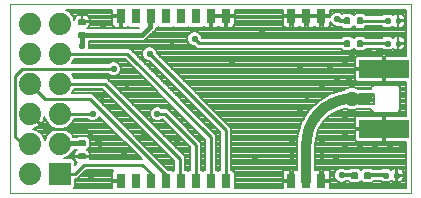
<source format=gtl>
G75*
%MOIN*%
%OFA0B0*%
%FSLAX25Y25*%
%IPPOS*%
%LPD*%
%AMOC8*
5,1,8,0,0,1.08239X$1,22.5*
%
%ADD10C,0.00000*%
%ADD11C,0.00591*%
%ADD12R,0.03150X0.05000*%
%ADD13R,0.07400X0.07400*%
%ADD14C,0.07400*%
%ADD15C,0.00800*%
%ADD16C,0.05000*%
%ADD17R,0.17000X0.06000*%
%ADD18C,0.00984*%
%ADD19C,0.02100*%
%ADD20C,0.01000*%
%ADD21C,0.01200*%
%ADD22C,0.03200*%
%ADD23C,0.01600*%
D10*
X0004900Y0004900D02*
X0004900Y0067900D01*
X0138687Y0067900D01*
X0138687Y0004900D01*
X0004900Y0004900D01*
D11*
X0029786Y0016546D02*
X0029786Y0017924D01*
X0029786Y0016546D02*
X0028014Y0016546D01*
X0028014Y0017924D01*
X0029786Y0017924D01*
X0029786Y0017136D02*
X0028014Y0017136D01*
X0028014Y0017726D02*
X0029786Y0017726D01*
X0029786Y0020876D02*
X0029786Y0022254D01*
X0029786Y0020876D02*
X0028014Y0020876D01*
X0028014Y0022254D01*
X0029786Y0022254D01*
X0029786Y0021466D02*
X0028014Y0021466D01*
X0028014Y0022056D02*
X0029786Y0022056D01*
X0028014Y0057046D02*
X0028014Y0058424D01*
X0029786Y0058424D01*
X0029786Y0057046D01*
X0028014Y0057046D01*
X0028014Y0057636D02*
X0029786Y0057636D01*
X0029786Y0058226D02*
X0028014Y0058226D01*
X0028014Y0061376D02*
X0028014Y0062754D01*
X0029786Y0062754D01*
X0029786Y0061376D01*
X0028014Y0061376D01*
X0028014Y0061966D02*
X0029786Y0061966D01*
X0029786Y0062556D02*
X0028014Y0062556D01*
X0116546Y0063286D02*
X0117924Y0063286D01*
X0117924Y0061514D01*
X0116546Y0061514D01*
X0116546Y0063286D01*
X0116546Y0062104D02*
X0117924Y0062104D01*
X0117924Y0062694D02*
X0116546Y0062694D01*
X0116546Y0063284D02*
X0117924Y0063284D01*
X0120876Y0063286D02*
X0122254Y0063286D01*
X0122254Y0061514D01*
X0120876Y0061514D01*
X0120876Y0063286D01*
X0120876Y0062104D02*
X0122254Y0062104D01*
X0122254Y0062694D02*
X0120876Y0062694D01*
X0120876Y0063284D02*
X0122254Y0063284D01*
X0122254Y0055786D02*
X0120876Y0055786D01*
X0122254Y0055786D02*
X0122254Y0054014D01*
X0120876Y0054014D01*
X0120876Y0055786D01*
X0120876Y0054604D02*
X0122254Y0054604D01*
X0122254Y0055194D02*
X0120876Y0055194D01*
X0120876Y0055784D02*
X0122254Y0055784D01*
X0117924Y0055786D02*
X0116546Y0055786D01*
X0117924Y0055786D02*
X0117924Y0054014D01*
X0116546Y0054014D01*
X0116546Y0055786D01*
X0116546Y0054604D02*
X0117924Y0054604D01*
X0117924Y0055194D02*
X0116546Y0055194D01*
X0116546Y0055784D02*
X0117924Y0055784D01*
X0119046Y0011786D02*
X0120424Y0011786D01*
X0120424Y0010014D01*
X0119046Y0010014D01*
X0119046Y0011786D01*
X0119046Y0010604D02*
X0120424Y0010604D01*
X0120424Y0011194D02*
X0119046Y0011194D01*
X0119046Y0011784D02*
X0120424Y0011784D01*
X0123376Y0011786D02*
X0124754Y0011786D01*
X0124754Y0010014D01*
X0123376Y0010014D01*
X0123376Y0011786D01*
X0123376Y0010604D02*
X0124754Y0010604D01*
X0124754Y0011194D02*
X0123376Y0011194D01*
X0123376Y0011784D02*
X0124754Y0011784D01*
D12*
X0108703Y0008900D03*
X0103703Y0008900D03*
X0098703Y0008900D03*
X0076774Y0008900D03*
X0071774Y0008900D03*
X0066774Y0008900D03*
X0061774Y0008900D03*
X0056774Y0008900D03*
X0051774Y0008900D03*
X0046774Y0008900D03*
X0041774Y0008900D03*
X0041774Y0064018D03*
X0046774Y0064018D03*
X0051774Y0064018D03*
X0056774Y0064018D03*
X0061774Y0064018D03*
X0066774Y0064018D03*
X0071774Y0064018D03*
X0076774Y0064018D03*
X0098703Y0064018D03*
X0103703Y0064018D03*
X0108703Y0064018D03*
D13*
X0021400Y0011400D03*
D14*
X0011400Y0011400D03*
X0011400Y0021400D03*
X0021400Y0021400D03*
X0021400Y0031400D03*
X0011400Y0031400D03*
X0011400Y0041400D03*
X0021400Y0041400D03*
X0021400Y0051400D03*
X0011400Y0051400D03*
X0011400Y0061400D03*
X0021400Y0061400D03*
D15*
X0026319Y0062765D02*
X0026126Y0063358D01*
X0025762Y0064073D01*
X0025290Y0064722D01*
X0024722Y0065290D01*
X0024073Y0065762D01*
X0023606Y0066000D01*
X0038799Y0066000D01*
X0038799Y0064406D01*
X0041387Y0064406D01*
X0041387Y0063631D01*
X0042161Y0063631D01*
X0042161Y0060118D01*
X0043533Y0060118D01*
X0043889Y0060214D01*
X0044208Y0060398D01*
X0044274Y0060463D01*
X0044619Y0060118D01*
X0048007Y0060118D01*
X0047823Y0059935D01*
X0030679Y0059935D01*
X0030827Y0060020D01*
X0031142Y0060335D01*
X0031366Y0060722D01*
X0031481Y0061153D01*
X0031481Y0061973D01*
X0028992Y0061973D01*
X0028992Y0062157D01*
X0031481Y0062157D01*
X0031481Y0062978D01*
X0031366Y0063409D01*
X0031142Y0063795D01*
X0030827Y0064111D01*
X0030440Y0064334D01*
X0030009Y0064450D01*
X0028992Y0064450D01*
X0028992Y0062158D01*
X0028808Y0062158D01*
X0028808Y0064450D01*
X0027791Y0064450D01*
X0027360Y0064334D01*
X0026973Y0064111D01*
X0026658Y0063795D01*
X0026434Y0063409D01*
X0026319Y0062978D01*
X0026319Y0062765D01*
X0026386Y0063229D02*
X0026168Y0063229D01*
X0025785Y0064027D02*
X0026890Y0064027D01*
X0028808Y0064027D02*
X0028992Y0064027D01*
X0028992Y0063229D02*
X0028808Y0063229D01*
X0028808Y0062430D02*
X0028992Y0062430D01*
X0031481Y0062430D02*
X0038799Y0062430D01*
X0038799Y0061632D02*
X0031481Y0061632D01*
X0031395Y0060833D02*
X0038978Y0060833D01*
X0038895Y0060978D02*
X0039079Y0060658D01*
X0039340Y0060398D01*
X0039659Y0060214D01*
X0040015Y0060118D01*
X0041387Y0060118D01*
X0041387Y0063631D01*
X0038799Y0063631D01*
X0038799Y0061334D01*
X0038895Y0060978D01*
X0041387Y0060833D02*
X0042161Y0060833D01*
X0042161Y0061632D02*
X0041387Y0061632D01*
X0041387Y0062430D02*
X0042161Y0062430D01*
X0042161Y0063229D02*
X0041387Y0063229D01*
X0041387Y0064027D02*
X0030910Y0064027D01*
X0031414Y0063229D02*
X0038799Y0063229D01*
X0038799Y0064826D02*
X0025187Y0064826D01*
X0024262Y0065624D02*
X0038799Y0065624D01*
X0030842Y0060035D02*
X0047923Y0060035D01*
X0051750Y0057639D02*
X0064261Y0057639D01*
X0064323Y0057788D02*
X0063950Y0056887D01*
X0063950Y0055913D01*
X0064323Y0055012D01*
X0065012Y0054323D01*
X0065913Y0053950D01*
X0066163Y0053950D01*
X0067113Y0053000D01*
X0115162Y0053000D01*
X0115843Y0052319D01*
X0118626Y0052319D01*
X0119400Y0053093D01*
X0120174Y0052319D01*
X0122957Y0052319D01*
X0123638Y0053000D01*
X0128819Y0053000D01*
X0129303Y0052516D01*
X0131855Y0052516D01*
X0132400Y0053061D01*
X0132567Y0052894D01*
X0132998Y0052645D01*
X0133480Y0052516D01*
X0134129Y0052516D01*
X0134129Y0054808D01*
X0134313Y0054808D01*
X0134313Y0054992D01*
X0136605Y0054992D01*
X0136605Y0055641D01*
X0136476Y0056122D01*
X0136227Y0056554D01*
X0135875Y0056906D01*
X0135443Y0057155D01*
X0134962Y0057284D01*
X0134313Y0057284D01*
X0134313Y0054992D01*
X0134129Y0054992D01*
X0134129Y0057284D01*
X0133480Y0057284D01*
X0132998Y0057155D01*
X0132567Y0056906D01*
X0132400Y0056739D01*
X0131855Y0057284D01*
X0129303Y0057284D01*
X0128819Y0056800D01*
X0123638Y0056800D01*
X0122957Y0057481D01*
X0120174Y0057481D01*
X0119400Y0056707D01*
X0118626Y0057481D01*
X0115843Y0057481D01*
X0115162Y0056800D01*
X0068850Y0056800D01*
X0068850Y0056887D01*
X0068477Y0057788D01*
X0067788Y0058477D01*
X0066887Y0058850D01*
X0065913Y0058850D01*
X0065012Y0058477D01*
X0064323Y0057788D01*
X0064973Y0058438D02*
X0052549Y0058438D01*
X0052311Y0058200D02*
X0053600Y0059489D01*
X0053600Y0060118D01*
X0053929Y0060118D01*
X0054274Y0060463D01*
X0054619Y0060118D01*
X0058929Y0060118D01*
X0059274Y0060463D01*
X0059619Y0060118D01*
X0063929Y0060118D01*
X0064274Y0060463D01*
X0064619Y0060118D01*
X0068929Y0060118D01*
X0069274Y0060463D01*
X0069340Y0060398D01*
X0069659Y0060214D01*
X0070015Y0060118D01*
X0071387Y0060118D01*
X0071387Y0063631D01*
X0072161Y0063631D01*
X0072161Y0060118D01*
X0073533Y0060118D01*
X0073889Y0060214D01*
X0074208Y0060398D01*
X0074274Y0060463D01*
X0074340Y0060398D01*
X0074659Y0060214D01*
X0075015Y0060118D01*
X0076387Y0060118D01*
X0076387Y0063631D01*
X0077161Y0063631D01*
X0077161Y0060118D01*
X0078533Y0060118D01*
X0078889Y0060214D01*
X0079208Y0060398D01*
X0079469Y0060658D01*
X0079653Y0060978D01*
X0079749Y0061334D01*
X0079749Y0063631D01*
X0077161Y0063631D01*
X0077161Y0064406D01*
X0079749Y0064406D01*
X0079749Y0066000D01*
X0095728Y0066000D01*
X0095728Y0064406D01*
X0098316Y0064406D01*
X0098316Y0063631D01*
X0095728Y0063631D01*
X0095728Y0061334D01*
X0095824Y0060978D01*
X0096008Y0060658D01*
X0096269Y0060398D01*
X0096588Y0060214D01*
X0096944Y0060118D01*
X0098316Y0060118D01*
X0098316Y0063631D01*
X0099091Y0063631D01*
X0099091Y0064406D01*
X0101678Y0064406D01*
X0103316Y0064406D01*
X0103316Y0063631D01*
X0099091Y0063631D01*
X0099091Y0060118D01*
X0100462Y0060118D01*
X0100818Y0060214D01*
X0101138Y0060398D01*
X0101203Y0060463D01*
X0101269Y0060398D01*
X0101588Y0060214D01*
X0101944Y0060118D01*
X0103316Y0060118D01*
X0103316Y0063631D01*
X0104091Y0063631D01*
X0104091Y0064406D01*
X0106678Y0064406D01*
X0108316Y0064406D01*
X0108316Y0063631D01*
X0104091Y0063631D01*
X0104091Y0060118D01*
X0105462Y0060118D01*
X0105818Y0060214D01*
X0106138Y0060398D01*
X0106203Y0060463D01*
X0106269Y0060398D01*
X0106588Y0060214D01*
X0106944Y0060118D01*
X0108316Y0060118D01*
X0108316Y0063631D01*
X0109091Y0063631D01*
X0109091Y0064406D01*
X0111678Y0064406D01*
X0111678Y0066000D01*
X0136787Y0066000D01*
X0136787Y0050800D01*
X0130050Y0050800D01*
X0130050Y0046800D01*
X0129250Y0046800D01*
X0129250Y0050800D01*
X0120966Y0050800D01*
X0120610Y0050705D01*
X0120290Y0050520D01*
X0120030Y0050260D01*
X0119845Y0049940D01*
X0119750Y0049584D01*
X0119750Y0046800D01*
X0129250Y0046800D01*
X0129250Y0046000D01*
X0130050Y0046000D01*
X0130050Y0042000D01*
X0136787Y0042000D01*
X0136787Y0030800D01*
X0130050Y0030800D01*
X0130050Y0026800D01*
X0129250Y0026800D01*
X0129250Y0030800D01*
X0120966Y0030800D01*
X0120610Y0030705D01*
X0120290Y0030520D01*
X0120030Y0030260D01*
X0119845Y0029940D01*
X0119750Y0029584D01*
X0119750Y0026800D01*
X0129250Y0026800D01*
X0129250Y0026000D01*
X0130050Y0026000D01*
X0130050Y0022000D01*
X0136787Y0022000D01*
X0136787Y0006800D01*
X0111678Y0006800D01*
X0111678Y0008513D01*
X0109091Y0008513D01*
X0109091Y0009287D01*
X0111678Y0009287D01*
X0111678Y0011584D01*
X0111583Y0011940D01*
X0111398Y0012260D01*
X0111138Y0012520D01*
X0110818Y0012705D01*
X0110462Y0012800D01*
X0109091Y0012800D01*
X0109091Y0009287D01*
X0108316Y0009287D01*
X0108316Y0012800D01*
X0106944Y0012800D01*
X0106703Y0012735D01*
X0106703Y0021203D01*
X0106807Y0022795D01*
X0107632Y0025871D01*
X0109224Y0028628D01*
X0111475Y0030880D01*
X0114232Y0032472D01*
X0116662Y0033123D01*
X0116691Y0033094D01*
X0118124Y0032500D01*
X0119676Y0032500D01*
X0120883Y0033000D01*
X0125250Y0033000D01*
X0125250Y0032570D01*
X0126070Y0031750D01*
X0134230Y0031750D01*
X0135050Y0032570D01*
X0135050Y0040230D01*
X0134230Y0041050D01*
X0126070Y0041050D01*
X0125250Y0040230D01*
X0125250Y0039800D01*
X0120883Y0039800D01*
X0119676Y0040300D01*
X0118124Y0040300D01*
X0116691Y0039706D01*
X0116341Y0039356D01*
X0111876Y0038160D01*
X0107727Y0035764D01*
X0104339Y0032376D01*
X0101943Y0028227D01*
X0101943Y0028227D01*
X0100703Y0023599D01*
X0100703Y0012735D01*
X0100462Y0012800D01*
X0099091Y0012800D01*
X0099091Y0009287D01*
X0098316Y0009287D01*
X0098316Y0008513D01*
X0095728Y0008513D01*
X0095728Y0006800D01*
X0079749Y0006800D01*
X0079749Y0011980D01*
X0078929Y0012800D01*
X0078674Y0012800D01*
X0078674Y0026813D01*
X0053850Y0051637D01*
X0053850Y0051887D01*
X0053477Y0052788D01*
X0052788Y0053477D01*
X0051887Y0053850D01*
X0050913Y0053850D01*
X0050012Y0053477D01*
X0049323Y0052788D01*
X0048950Y0051887D01*
X0048950Y0050913D01*
X0049323Y0050012D01*
X0050012Y0049323D01*
X0050913Y0048950D01*
X0051163Y0048950D01*
X0074874Y0025239D01*
X0074874Y0012800D01*
X0074619Y0012800D01*
X0074274Y0012455D01*
X0073929Y0012800D01*
X0073674Y0012800D01*
X0073674Y0024313D01*
X0045800Y0052187D01*
X0044687Y0053300D01*
X0031303Y0053300D01*
X0031350Y0053413D01*
X0031350Y0054387D01*
X0031100Y0054991D01*
X0031100Y0055535D01*
X0049646Y0055535D01*
X0050935Y0056823D01*
X0052311Y0058200D01*
X0050952Y0056841D02*
X0063950Y0056841D01*
X0063950Y0056042D02*
X0050153Y0056042D01*
X0050422Y0053647D02*
X0031350Y0053647D01*
X0031326Y0054445D02*
X0064890Y0054445D01*
X0064227Y0055244D02*
X0031100Y0055244D01*
X0026133Y0049500D02*
X0043113Y0049500D01*
X0069874Y0022739D01*
X0069874Y0012800D01*
X0069619Y0012800D01*
X0069274Y0012455D01*
X0068929Y0012800D01*
X0068674Y0012800D01*
X0068674Y0021813D01*
X0058300Y0032187D01*
X0057187Y0033300D01*
X0055465Y0033300D01*
X0055288Y0033477D01*
X0054387Y0033850D01*
X0053413Y0033850D01*
X0052512Y0033477D01*
X0051823Y0032788D01*
X0051450Y0031887D01*
X0051450Y0030913D01*
X0051823Y0030012D01*
X0052512Y0029323D01*
X0053413Y0028950D01*
X0054387Y0028950D01*
X0055288Y0029323D01*
X0055465Y0029500D01*
X0055613Y0029500D01*
X0064874Y0020239D01*
X0064874Y0012800D01*
X0064619Y0012800D01*
X0064274Y0012455D01*
X0063929Y0012800D01*
X0063300Y0012800D01*
X0063300Y0017187D01*
X0062187Y0018300D01*
X0037187Y0043300D01*
X0026133Y0043300D01*
X0025724Y0044289D01*
X0025512Y0044500D01*
X0037835Y0044500D01*
X0038012Y0044323D01*
X0038913Y0043950D01*
X0039887Y0043950D01*
X0040788Y0044323D01*
X0041477Y0045012D01*
X0041850Y0045913D01*
X0041850Y0046887D01*
X0041477Y0047788D01*
X0040788Y0048477D01*
X0039887Y0048850D01*
X0038913Y0048850D01*
X0038012Y0048477D01*
X0037835Y0048300D01*
X0025512Y0048300D01*
X0025724Y0048511D01*
X0026133Y0049500D01*
X0025866Y0048856D02*
X0043757Y0048856D01*
X0044556Y0048057D02*
X0041208Y0048057D01*
X0041696Y0047259D02*
X0045354Y0047259D01*
X0046153Y0046460D02*
X0041850Y0046460D01*
X0041746Y0045662D02*
X0046951Y0045662D01*
X0047750Y0044863D02*
X0041328Y0044863D01*
X0040164Y0044065D02*
X0048548Y0044065D01*
X0049347Y0043266D02*
X0037221Y0043266D01*
X0038019Y0042468D02*
X0050145Y0042468D01*
X0050944Y0041669D02*
X0038818Y0041669D01*
X0039616Y0040870D02*
X0051743Y0040870D01*
X0052541Y0040072D02*
X0040415Y0040072D01*
X0041214Y0039273D02*
X0053340Y0039273D01*
X0054138Y0038475D02*
X0042012Y0038475D01*
X0042811Y0037676D02*
X0054937Y0037676D01*
X0055735Y0036878D02*
X0043609Y0036878D01*
X0044408Y0036079D02*
X0056534Y0036079D01*
X0057332Y0035281D02*
X0045206Y0035281D01*
X0046005Y0034482D02*
X0058131Y0034482D01*
X0058929Y0033684D02*
X0054788Y0033684D01*
X0053012Y0033684D02*
X0046803Y0033684D01*
X0047602Y0032885D02*
X0051921Y0032885D01*
X0051533Y0032087D02*
X0048400Y0032087D01*
X0049199Y0031288D02*
X0051450Y0031288D01*
X0051625Y0030490D02*
X0049997Y0030490D01*
X0050796Y0029691D02*
X0052144Y0029691D01*
X0051594Y0028893D02*
X0056220Y0028893D01*
X0057019Y0028094D02*
X0052393Y0028094D01*
X0053191Y0027296D02*
X0057817Y0027296D01*
X0058616Y0026497D02*
X0053990Y0026497D01*
X0054788Y0025699D02*
X0059414Y0025699D01*
X0060213Y0024900D02*
X0055587Y0024900D01*
X0056385Y0024102D02*
X0061011Y0024102D01*
X0061810Y0023303D02*
X0057184Y0023303D01*
X0057982Y0022505D02*
X0062608Y0022505D01*
X0063407Y0021706D02*
X0058781Y0021706D01*
X0059579Y0020908D02*
X0064205Y0020908D01*
X0064874Y0020109D02*
X0060378Y0020109D01*
X0061176Y0019311D02*
X0064874Y0019311D01*
X0064874Y0018512D02*
X0061975Y0018512D01*
X0062773Y0017714D02*
X0064874Y0017714D01*
X0064874Y0016915D02*
X0063300Y0016915D01*
X0063300Y0016117D02*
X0064874Y0016117D01*
X0064874Y0015318D02*
X0063300Y0015318D01*
X0063300Y0014520D02*
X0064874Y0014520D01*
X0064874Y0013721D02*
X0063300Y0013721D01*
X0063300Y0012923D02*
X0064874Y0012923D01*
X0068674Y0012923D02*
X0069874Y0012923D01*
X0069874Y0013721D02*
X0068674Y0013721D01*
X0068674Y0014520D02*
X0069874Y0014520D01*
X0069874Y0015318D02*
X0068674Y0015318D01*
X0068674Y0016117D02*
X0069874Y0016117D01*
X0069874Y0016915D02*
X0068674Y0016915D01*
X0068674Y0017714D02*
X0069874Y0017714D01*
X0069874Y0018512D02*
X0068674Y0018512D01*
X0068674Y0019311D02*
X0069874Y0019311D01*
X0069874Y0020109D02*
X0068674Y0020109D01*
X0068674Y0020908D02*
X0069874Y0020908D01*
X0069874Y0021706D02*
X0068674Y0021706D01*
X0067982Y0022505D02*
X0069874Y0022505D01*
X0069310Y0023303D02*
X0067184Y0023303D01*
X0066385Y0024102D02*
X0068511Y0024102D01*
X0067713Y0024900D02*
X0065587Y0024900D01*
X0064788Y0025699D02*
X0066914Y0025699D01*
X0066116Y0026497D02*
X0063990Y0026497D01*
X0063191Y0027296D02*
X0065317Y0027296D01*
X0064519Y0028094D02*
X0062393Y0028094D01*
X0061594Y0028893D02*
X0063720Y0028893D01*
X0062922Y0029691D02*
X0060796Y0029691D01*
X0059997Y0030490D02*
X0062123Y0030490D01*
X0061325Y0031288D02*
X0059199Y0031288D01*
X0058400Y0032087D02*
X0060526Y0032087D01*
X0059728Y0032885D02*
X0057602Y0032885D01*
X0061908Y0036079D02*
X0064034Y0036079D01*
X0064832Y0035281D02*
X0062706Y0035281D01*
X0063505Y0034482D02*
X0065631Y0034482D01*
X0066429Y0033684D02*
X0064303Y0033684D01*
X0065102Y0032885D02*
X0067228Y0032885D01*
X0068026Y0032087D02*
X0065900Y0032087D01*
X0066699Y0031288D02*
X0068825Y0031288D01*
X0069623Y0030490D02*
X0067497Y0030490D01*
X0068296Y0029691D02*
X0070422Y0029691D01*
X0071220Y0028893D02*
X0069094Y0028893D01*
X0069893Y0028094D02*
X0072019Y0028094D01*
X0072817Y0027296D02*
X0070691Y0027296D01*
X0071490Y0026497D02*
X0073616Y0026497D01*
X0074414Y0025699D02*
X0072288Y0025699D01*
X0073087Y0024900D02*
X0074874Y0024900D01*
X0074874Y0024102D02*
X0073674Y0024102D01*
X0073674Y0023303D02*
X0074874Y0023303D01*
X0074874Y0022505D02*
X0073674Y0022505D01*
X0073674Y0021706D02*
X0074874Y0021706D01*
X0074874Y0020908D02*
X0073674Y0020908D01*
X0073674Y0020109D02*
X0074874Y0020109D01*
X0074874Y0019311D02*
X0073674Y0019311D01*
X0073674Y0018512D02*
X0074874Y0018512D01*
X0074874Y0017714D02*
X0073674Y0017714D01*
X0073674Y0016915D02*
X0074874Y0016915D01*
X0074874Y0016117D02*
X0073674Y0016117D01*
X0073674Y0015318D02*
X0074874Y0015318D01*
X0074874Y0014520D02*
X0073674Y0014520D01*
X0073674Y0013721D02*
X0074874Y0013721D01*
X0074874Y0012923D02*
X0073674Y0012923D01*
X0078674Y0012923D02*
X0100703Y0012923D01*
X0100703Y0013721D02*
X0078674Y0013721D01*
X0078674Y0014520D02*
X0100703Y0014520D01*
X0100703Y0015318D02*
X0078674Y0015318D01*
X0078674Y0016117D02*
X0100703Y0016117D01*
X0100703Y0016915D02*
X0078674Y0016915D01*
X0078674Y0017714D02*
X0100703Y0017714D01*
X0100703Y0018512D02*
X0078674Y0018512D01*
X0078674Y0019311D02*
X0100703Y0019311D01*
X0100703Y0020109D02*
X0078674Y0020109D01*
X0078674Y0020908D02*
X0100703Y0020908D01*
X0100703Y0021706D02*
X0078674Y0021706D01*
X0078674Y0022505D02*
X0100703Y0022505D01*
X0100703Y0023303D02*
X0078674Y0023303D01*
X0078674Y0024102D02*
X0100838Y0024102D01*
X0101052Y0024900D02*
X0078674Y0024900D01*
X0078674Y0025699D02*
X0101266Y0025699D01*
X0101480Y0026497D02*
X0078674Y0026497D01*
X0078191Y0027296D02*
X0101694Y0027296D01*
X0101908Y0028094D02*
X0077393Y0028094D01*
X0076594Y0028893D02*
X0102328Y0028893D01*
X0102789Y0029691D02*
X0075796Y0029691D01*
X0074997Y0030490D02*
X0103250Y0030490D01*
X0103711Y0031288D02*
X0074199Y0031288D01*
X0073400Y0032087D02*
X0104172Y0032087D01*
X0104339Y0032376D02*
X0104339Y0032376D01*
X0104339Y0032376D01*
X0104848Y0032885D02*
X0072602Y0032885D01*
X0071803Y0033684D02*
X0105647Y0033684D01*
X0106445Y0034482D02*
X0071005Y0034482D01*
X0070206Y0035281D02*
X0107244Y0035281D01*
X0107727Y0035764D02*
X0107727Y0035764D01*
X0108273Y0036079D02*
X0069408Y0036079D01*
X0068609Y0036878D02*
X0109656Y0036878D01*
X0111039Y0037676D02*
X0067811Y0037676D01*
X0067012Y0038475D02*
X0113052Y0038475D01*
X0111876Y0038160D02*
X0111876Y0038160D01*
X0116032Y0039273D02*
X0066214Y0039273D01*
X0065415Y0040072D02*
X0117574Y0040072D01*
X0120226Y0040072D02*
X0125250Y0040072D01*
X0125891Y0040870D02*
X0064616Y0040870D01*
X0063818Y0041669D02*
X0136787Y0041669D01*
X0136787Y0040870D02*
X0134409Y0040870D01*
X0135050Y0040072D02*
X0136787Y0040072D01*
X0136787Y0039273D02*
X0135050Y0039273D01*
X0135050Y0038475D02*
X0136787Y0038475D01*
X0136787Y0037676D02*
X0135050Y0037676D01*
X0135050Y0036878D02*
X0136787Y0036878D01*
X0136787Y0036079D02*
X0135050Y0036079D01*
X0135050Y0035281D02*
X0136787Y0035281D01*
X0136787Y0034482D02*
X0135050Y0034482D01*
X0135050Y0033684D02*
X0136787Y0033684D01*
X0136787Y0032885D02*
X0135050Y0032885D01*
X0134567Y0032087D02*
X0136787Y0032087D01*
X0136787Y0031288D02*
X0112183Y0031288D01*
X0111085Y0030490D02*
X0120260Y0030490D01*
X0119779Y0029691D02*
X0110287Y0029691D01*
X0109488Y0028893D02*
X0119750Y0028893D01*
X0119750Y0028094D02*
X0108915Y0028094D01*
X0108454Y0027296D02*
X0119750Y0027296D01*
X0119750Y0026000D02*
X0119750Y0023216D01*
X0119845Y0022860D01*
X0120030Y0022540D01*
X0120290Y0022280D01*
X0120610Y0022095D01*
X0120966Y0022000D01*
X0129250Y0022000D01*
X0129250Y0026000D01*
X0119750Y0026000D01*
X0119750Y0025699D02*
X0107586Y0025699D01*
X0107372Y0024900D02*
X0119750Y0024900D01*
X0119750Y0024102D02*
X0107158Y0024102D01*
X0106944Y0023303D02*
X0119750Y0023303D01*
X0120065Y0022505D02*
X0106788Y0022505D01*
X0106736Y0021706D02*
X0136787Y0021706D01*
X0136787Y0020908D02*
X0106703Y0020908D01*
X0106703Y0020109D02*
X0136787Y0020109D01*
X0136787Y0019311D02*
X0106703Y0019311D01*
X0106703Y0018512D02*
X0136787Y0018512D01*
X0136787Y0017714D02*
X0106703Y0017714D01*
X0106703Y0016915D02*
X0136787Y0016915D01*
X0136787Y0016117D02*
X0106703Y0016117D01*
X0106703Y0015318D02*
X0136787Y0015318D01*
X0136787Y0014520D02*
X0106703Y0014520D01*
X0106703Y0013721D02*
X0136787Y0013721D01*
X0136787Y0012923D02*
X0135346Y0012923D01*
X0135375Y0012906D02*
X0134943Y0013155D01*
X0134462Y0013284D01*
X0133813Y0013284D01*
X0133813Y0010992D01*
X0136105Y0010992D01*
X0136105Y0011641D01*
X0135976Y0012122D01*
X0135727Y0012554D01*
X0135375Y0012906D01*
X0135975Y0012124D02*
X0136787Y0012124D01*
X0136787Y0011326D02*
X0136105Y0011326D01*
X0136105Y0010808D02*
X0133813Y0010808D01*
X0133813Y0010992D01*
X0133629Y0010992D01*
X0133629Y0013284D01*
X0132980Y0013284D01*
X0132498Y0013155D01*
X0132067Y0012906D01*
X0131900Y0012739D01*
X0131355Y0013284D01*
X0128803Y0013284D01*
X0128419Y0012900D01*
X0126038Y0012900D01*
X0125457Y0013481D01*
X0122674Y0013481D01*
X0121900Y0012707D01*
X0121126Y0013481D01*
X0118343Y0013481D01*
X0117762Y0012900D01*
X0116865Y0012900D01*
X0116788Y0012977D01*
X0115887Y0013350D01*
X0114913Y0013350D01*
X0114012Y0012977D01*
X0113323Y0012288D01*
X0112950Y0011387D01*
X0112950Y0010413D01*
X0113323Y0009512D01*
X0114012Y0008823D01*
X0114913Y0008450D01*
X0115887Y0008450D01*
X0116788Y0008823D01*
X0116865Y0008900D01*
X0117762Y0008900D01*
X0118343Y0008319D01*
X0121126Y0008319D01*
X0121900Y0009093D01*
X0122674Y0008319D01*
X0125457Y0008319D01*
X0126038Y0008900D01*
X0128419Y0008900D01*
X0128803Y0008516D01*
X0131355Y0008516D01*
X0131900Y0009061D01*
X0132067Y0008894D01*
X0132498Y0008645D01*
X0132980Y0008516D01*
X0133629Y0008516D01*
X0133629Y0010808D01*
X0133813Y0010808D01*
X0133813Y0008516D01*
X0134462Y0008516D01*
X0134943Y0008645D01*
X0135375Y0008894D01*
X0135727Y0009246D01*
X0135976Y0009678D01*
X0136105Y0010159D01*
X0136105Y0010808D01*
X0136105Y0010527D02*
X0136787Y0010527D01*
X0136787Y0009729D02*
X0135990Y0009729D01*
X0135411Y0008930D02*
X0136787Y0008930D01*
X0136787Y0008132D02*
X0111678Y0008132D01*
X0111678Y0007333D02*
X0136787Y0007333D01*
X0133813Y0008930D02*
X0133629Y0008930D01*
X0133629Y0009729D02*
X0133813Y0009729D01*
X0133813Y0010527D02*
X0133629Y0010527D01*
X0133629Y0011326D02*
X0133813Y0011326D01*
X0133813Y0012124D02*
X0133629Y0012124D01*
X0133629Y0012923D02*
X0133813Y0012923D01*
X0132095Y0012923D02*
X0131717Y0012923D01*
X0128442Y0012923D02*
X0126015Y0012923D01*
X0122116Y0012923D02*
X0121684Y0012923D01*
X0117785Y0012923D02*
X0116842Y0012923D01*
X0113958Y0012923D02*
X0106703Y0012923D01*
X0108316Y0012124D02*
X0109091Y0012124D01*
X0109091Y0011326D02*
X0108316Y0011326D01*
X0108316Y0010527D02*
X0109091Y0010527D01*
X0109091Y0009729D02*
X0108316Y0009729D01*
X0109091Y0008930D02*
X0113905Y0008930D01*
X0113233Y0009729D02*
X0111678Y0009729D01*
X0111678Y0010527D02*
X0112950Y0010527D01*
X0112950Y0011326D02*
X0111678Y0011326D01*
X0111476Y0012124D02*
X0113255Y0012124D01*
X0121737Y0008930D02*
X0122063Y0008930D01*
X0131769Y0008930D02*
X0132031Y0008930D01*
X0130050Y0022505D02*
X0129250Y0022505D01*
X0129250Y0023303D02*
X0130050Y0023303D01*
X0130050Y0024102D02*
X0129250Y0024102D01*
X0129250Y0024900D02*
X0130050Y0024900D01*
X0130050Y0025699D02*
X0129250Y0025699D01*
X0129250Y0026497D02*
X0107993Y0026497D01*
X0113566Y0032087D02*
X0125733Y0032087D01*
X0125250Y0032885D02*
X0120606Y0032885D01*
X0117194Y0032885D02*
X0115777Y0032885D01*
X0121171Y0038000D02*
X0126371Y0038000D01*
X0126371Y0034800D01*
X0121171Y0034800D01*
X0121171Y0038000D01*
X0121171Y0035599D02*
X0126371Y0035599D01*
X0126371Y0036398D02*
X0121171Y0036398D01*
X0121171Y0037197D02*
X0126371Y0037197D01*
X0126371Y0037996D02*
X0121171Y0037996D01*
X0120966Y0042000D02*
X0129250Y0042000D01*
X0129250Y0046000D01*
X0119750Y0046000D01*
X0119750Y0043216D01*
X0119845Y0042860D01*
X0120030Y0042540D01*
X0120290Y0042280D01*
X0120610Y0042095D01*
X0120966Y0042000D01*
X0120103Y0042468D02*
X0063019Y0042468D01*
X0062221Y0043266D02*
X0119750Y0043266D01*
X0119750Y0044065D02*
X0061422Y0044065D01*
X0060624Y0044863D02*
X0119750Y0044863D01*
X0119750Y0045662D02*
X0059825Y0045662D01*
X0059027Y0046460D02*
X0129250Y0046460D01*
X0129250Y0045662D02*
X0130050Y0045662D01*
X0130050Y0044863D02*
X0129250Y0044863D01*
X0129250Y0044065D02*
X0130050Y0044065D01*
X0130050Y0043266D02*
X0129250Y0043266D01*
X0129250Y0042468D02*
X0130050Y0042468D01*
X0130050Y0047259D02*
X0129250Y0047259D01*
X0129250Y0048057D02*
X0130050Y0048057D01*
X0130050Y0048856D02*
X0129250Y0048856D01*
X0129250Y0049654D02*
X0130050Y0049654D01*
X0130050Y0050453D02*
X0129250Y0050453D01*
X0128971Y0052848D02*
X0123486Y0052848D01*
X0119645Y0052848D02*
X0119155Y0052848D01*
X0120223Y0050453D02*
X0055034Y0050453D01*
X0054236Y0051251D02*
X0136787Y0051251D01*
X0136787Y0052050D02*
X0053783Y0052050D01*
X0053417Y0052848D02*
X0115314Y0052848D01*
X0119769Y0049654D02*
X0055833Y0049654D01*
X0056631Y0048856D02*
X0119750Y0048856D01*
X0119750Y0048057D02*
X0057430Y0048057D01*
X0058228Y0047259D02*
X0119750Y0047259D01*
X0132187Y0052848D02*
X0132646Y0052848D01*
X0134129Y0052848D02*
X0134313Y0052848D01*
X0134313Y0052516D02*
X0134962Y0052516D01*
X0135443Y0052645D01*
X0135875Y0052894D01*
X0136227Y0053246D01*
X0136476Y0053678D01*
X0136605Y0054159D01*
X0136605Y0054808D01*
X0134313Y0054808D01*
X0134313Y0052516D01*
X0134313Y0053647D02*
X0134129Y0053647D01*
X0134129Y0054445D02*
X0134313Y0054445D01*
X0134313Y0055244D02*
X0134129Y0055244D01*
X0134129Y0056042D02*
X0134313Y0056042D01*
X0136498Y0056042D02*
X0136787Y0056042D01*
X0136787Y0055244D02*
X0136605Y0055244D01*
X0136605Y0054445D02*
X0136787Y0054445D01*
X0136787Y0053647D02*
X0136458Y0053647D01*
X0136787Y0052848D02*
X0135796Y0052848D01*
X0135940Y0056841D02*
X0136787Y0056841D01*
X0136787Y0057639D02*
X0068539Y0057639D01*
X0068850Y0056841D02*
X0115203Y0056841D01*
X0119266Y0056841D02*
X0119534Y0056841D01*
X0123597Y0056841D02*
X0128860Y0056841D01*
X0132299Y0056841D02*
X0132501Y0056841D01*
X0134129Y0056841D02*
X0134313Y0056841D01*
X0136787Y0058438D02*
X0067827Y0058438D01*
X0071387Y0060833D02*
X0072161Y0060833D01*
X0072161Y0061632D02*
X0071387Y0061632D01*
X0071387Y0062430D02*
X0072161Y0062430D01*
X0072161Y0063229D02*
X0071387Y0063229D01*
X0072161Y0063631D02*
X0072161Y0064406D01*
X0076387Y0064406D01*
X0076387Y0063631D01*
X0074749Y0063631D01*
X0072161Y0063631D01*
X0072161Y0064027D02*
X0076387Y0064027D01*
X0077161Y0064027D02*
X0098316Y0064027D01*
X0099091Y0064027D02*
X0103316Y0064027D01*
X0104091Y0064027D02*
X0108316Y0064027D01*
X0109091Y0064027D02*
X0111715Y0064027D01*
X0111823Y0064288D02*
X0111551Y0063631D01*
X0109091Y0063631D01*
X0109091Y0060118D01*
X0110462Y0060118D01*
X0110818Y0060214D01*
X0111138Y0060398D01*
X0111398Y0060658D01*
X0111583Y0060978D01*
X0111678Y0061334D01*
X0111678Y0061862D01*
X0111823Y0061512D01*
X0112512Y0060823D01*
X0113413Y0060450D01*
X0114022Y0060450D01*
X0114072Y0060400D01*
X0115262Y0060400D01*
X0115843Y0059819D01*
X0118626Y0059819D01*
X0119400Y0060593D01*
X0120174Y0059819D01*
X0122957Y0059819D01*
X0123638Y0060500D01*
X0128819Y0060500D01*
X0129303Y0060016D01*
X0131855Y0060016D01*
X0132400Y0060561D01*
X0132567Y0060394D01*
X0132998Y0060145D01*
X0133480Y0060016D01*
X0134129Y0060016D01*
X0134129Y0062308D01*
X0134313Y0062308D01*
X0134313Y0062492D01*
X0136605Y0062492D01*
X0136605Y0063141D01*
X0136476Y0063622D01*
X0136227Y0064054D01*
X0135875Y0064406D01*
X0135443Y0064655D01*
X0134962Y0064784D01*
X0134313Y0064784D01*
X0134313Y0062492D01*
X0134129Y0062492D01*
X0134129Y0064784D01*
X0133480Y0064784D01*
X0132998Y0064655D01*
X0132567Y0064406D01*
X0132400Y0064239D01*
X0131855Y0064784D01*
X0129303Y0064784D01*
X0128819Y0064300D01*
X0123638Y0064300D01*
X0122957Y0064981D01*
X0120174Y0064981D01*
X0119400Y0064207D01*
X0118626Y0064981D01*
X0115843Y0064981D01*
X0115564Y0064701D01*
X0115288Y0064977D01*
X0114387Y0065350D01*
X0113413Y0065350D01*
X0112512Y0064977D01*
X0111823Y0064288D01*
X0111678Y0064826D02*
X0112361Y0064826D01*
X0111678Y0065624D02*
X0136787Y0065624D01*
X0136787Y0064826D02*
X0123112Y0064826D01*
X0120019Y0064826D02*
X0118781Y0064826D01*
X0115688Y0064826D02*
X0115439Y0064826D01*
X0109091Y0063229D02*
X0108316Y0063229D01*
X0108316Y0062430D02*
X0109091Y0062430D01*
X0109091Y0061632D02*
X0108316Y0061632D01*
X0108316Y0060833D02*
X0109091Y0060833D01*
X0111499Y0060833D02*
X0112502Y0060833D01*
X0111773Y0061632D02*
X0111678Y0061632D01*
X0115628Y0060035D02*
X0053600Y0060035D01*
X0053348Y0059236D02*
X0136787Y0059236D01*
X0136787Y0060035D02*
X0135033Y0060035D01*
X0134962Y0060016D02*
X0135443Y0060145D01*
X0135875Y0060394D01*
X0136227Y0060746D01*
X0136476Y0061178D01*
X0136605Y0061659D01*
X0136605Y0062308D01*
X0134313Y0062308D01*
X0134313Y0060016D01*
X0134962Y0060016D01*
X0134313Y0060035D02*
X0134129Y0060035D01*
X0133409Y0060035D02*
X0131874Y0060035D01*
X0134129Y0060833D02*
X0134313Y0060833D01*
X0134313Y0061632D02*
X0134129Y0061632D01*
X0134313Y0062430D02*
X0136787Y0062430D01*
X0136787Y0061632D02*
X0136598Y0061632D01*
X0136787Y0060833D02*
X0136277Y0060833D01*
X0136582Y0063229D02*
X0136787Y0063229D01*
X0136787Y0064027D02*
X0136242Y0064027D01*
X0134313Y0064027D02*
X0134129Y0064027D01*
X0134129Y0063229D02*
X0134313Y0063229D01*
X0129284Y0060035D02*
X0123172Y0060035D01*
X0119958Y0060035D02*
X0118842Y0060035D01*
X0104091Y0060833D02*
X0103316Y0060833D01*
X0103316Y0061632D02*
X0104091Y0061632D01*
X0104091Y0062430D02*
X0103316Y0062430D01*
X0103316Y0063229D02*
X0104091Y0063229D01*
X0099091Y0063229D02*
X0098316Y0063229D01*
X0098316Y0062430D02*
X0099091Y0062430D01*
X0099091Y0061632D02*
X0098316Y0061632D01*
X0098316Y0060833D02*
X0099091Y0060833D01*
X0095907Y0060833D02*
X0079570Y0060833D01*
X0079749Y0061632D02*
X0095728Y0061632D01*
X0095728Y0062430D02*
X0079749Y0062430D01*
X0079749Y0063229D02*
X0095728Y0063229D01*
X0095728Y0064826D02*
X0079749Y0064826D01*
X0079749Y0065624D02*
X0095728Y0065624D01*
X0077161Y0063229D02*
X0076387Y0063229D01*
X0076387Y0062430D02*
X0077161Y0062430D01*
X0077161Y0061632D02*
X0076387Y0061632D01*
X0076387Y0060833D02*
X0077161Y0060833D01*
X0066466Y0053647D02*
X0052378Y0053647D01*
X0049383Y0052848D02*
X0045139Y0052848D01*
X0045937Y0052050D02*
X0049017Y0052050D01*
X0048950Y0051251D02*
X0046736Y0051251D01*
X0047534Y0050453D02*
X0049141Y0050453D01*
X0049681Y0049654D02*
X0048333Y0049654D01*
X0049131Y0048856D02*
X0051257Y0048856D01*
X0052056Y0048057D02*
X0049930Y0048057D01*
X0050728Y0047259D02*
X0052854Y0047259D01*
X0053653Y0046460D02*
X0051527Y0046460D01*
X0052325Y0045662D02*
X0054451Y0045662D01*
X0055250Y0044863D02*
X0053124Y0044863D01*
X0053922Y0044065D02*
X0056048Y0044065D01*
X0056847Y0043266D02*
X0054721Y0043266D01*
X0055519Y0042468D02*
X0057645Y0042468D01*
X0058444Y0041669D02*
X0056318Y0041669D01*
X0057116Y0040870D02*
X0059243Y0040870D01*
X0060041Y0040072D02*
X0057915Y0040072D01*
X0058714Y0039273D02*
X0060840Y0039273D01*
X0061638Y0038475D02*
X0059512Y0038475D01*
X0060311Y0037676D02*
X0062437Y0037676D01*
X0063235Y0036878D02*
X0061109Y0036878D01*
X0046220Y0028893D02*
X0041594Y0028893D01*
X0040796Y0029691D02*
X0045422Y0029691D01*
X0044623Y0030490D02*
X0039997Y0030490D01*
X0039199Y0031288D02*
X0043825Y0031288D01*
X0043026Y0032087D02*
X0038400Y0032087D01*
X0037602Y0032885D02*
X0042228Y0032885D01*
X0041429Y0033684D02*
X0036803Y0033684D01*
X0036005Y0034482D02*
X0040631Y0034482D01*
X0039832Y0035281D02*
X0035206Y0035281D01*
X0034408Y0036079D02*
X0039034Y0036079D01*
X0038235Y0036878D02*
X0033609Y0036878D01*
X0032811Y0037676D02*
X0037437Y0037676D01*
X0036638Y0038475D02*
X0025687Y0038475D01*
X0025724Y0038511D02*
X0026133Y0039500D01*
X0035613Y0039500D01*
X0059500Y0015613D01*
X0059500Y0012681D01*
X0059274Y0012455D01*
X0058929Y0012800D01*
X0057687Y0012800D01*
X0032187Y0038300D01*
X0025512Y0038300D01*
X0025724Y0038511D01*
X0026039Y0039273D02*
X0035840Y0039273D01*
X0038636Y0044065D02*
X0025817Y0044065D01*
X0034660Y0030453D02*
X0048813Y0016300D01*
X0031475Y0016300D01*
X0031481Y0016322D01*
X0031481Y0017142D01*
X0028992Y0017142D01*
X0028992Y0017327D01*
X0031481Y0017327D01*
X0031481Y0018147D01*
X0031366Y0018578D01*
X0031142Y0018965D01*
X0030827Y0019280D01*
X0030675Y0019368D01*
X0031481Y0020174D01*
X0031481Y0022957D01*
X0030488Y0023950D01*
X0027312Y0023950D01*
X0027128Y0023765D01*
X0025940Y0023765D01*
X0025724Y0024289D01*
X0024289Y0025724D01*
X0022656Y0026400D01*
X0024289Y0027076D01*
X0025724Y0028511D01*
X0026133Y0029500D01*
X0030835Y0029500D01*
X0031012Y0029323D01*
X0031913Y0028950D01*
X0032887Y0028950D01*
X0033788Y0029323D01*
X0034477Y0030012D01*
X0034660Y0030453D01*
X0034156Y0029691D02*
X0035422Y0029691D01*
X0036220Y0028893D02*
X0025882Y0028893D01*
X0025307Y0028094D02*
X0037019Y0028094D01*
X0037817Y0027296D02*
X0024508Y0027296D01*
X0022891Y0026497D02*
X0038616Y0026497D01*
X0039414Y0025699D02*
X0024314Y0025699D01*
X0025112Y0024900D02*
X0040213Y0024900D01*
X0041011Y0024102D02*
X0025801Y0024102D01*
X0031134Y0023303D02*
X0041810Y0023303D01*
X0042608Y0022505D02*
X0031481Y0022505D01*
X0031481Y0021706D02*
X0043407Y0021706D01*
X0044205Y0020908D02*
X0031481Y0020908D01*
X0031416Y0020109D02*
X0045004Y0020109D01*
X0045802Y0019311D02*
X0030774Y0019311D01*
X0031383Y0018512D02*
X0046601Y0018512D01*
X0047399Y0017714D02*
X0031481Y0017714D01*
X0031481Y0016915D02*
X0048198Y0016915D01*
X0051975Y0018512D02*
X0056601Y0018512D01*
X0057399Y0017714D02*
X0052773Y0017714D01*
X0053572Y0016915D02*
X0058198Y0016915D01*
X0058996Y0016117D02*
X0054370Y0016117D01*
X0055169Y0015318D02*
X0059500Y0015318D01*
X0059500Y0014520D02*
X0055967Y0014520D01*
X0056766Y0013721D02*
X0059500Y0013721D01*
X0059500Y0012923D02*
X0057564Y0012923D01*
X0055802Y0019311D02*
X0051176Y0019311D01*
X0050378Y0020109D02*
X0055004Y0020109D01*
X0054205Y0020908D02*
X0049579Y0020908D01*
X0048781Y0021706D02*
X0053407Y0021706D01*
X0052608Y0022505D02*
X0047982Y0022505D01*
X0047184Y0023303D02*
X0051810Y0023303D01*
X0051011Y0024102D02*
X0046385Y0024102D01*
X0045587Y0024900D02*
X0050213Y0024900D01*
X0049414Y0025699D02*
X0044788Y0025699D01*
X0043990Y0026497D02*
X0048616Y0026497D01*
X0047817Y0027296D02*
X0043191Y0027296D01*
X0042393Y0028094D02*
X0047019Y0028094D01*
X0027121Y0019365D02*
X0026973Y0019280D01*
X0026658Y0018965D01*
X0026434Y0018578D01*
X0026319Y0018147D01*
X0026319Y0017327D01*
X0028808Y0017327D01*
X0028808Y0017142D01*
X0026319Y0017142D01*
X0026319Y0016322D01*
X0026434Y0015891D01*
X0026658Y0015505D01*
X0026973Y0015189D01*
X0027309Y0014996D01*
X0026500Y0014187D01*
X0026500Y0015680D01*
X0025680Y0016500D01*
X0022897Y0016500D01*
X0024289Y0017076D01*
X0025724Y0018511D01*
X0026077Y0019365D01*
X0027121Y0019365D01*
X0027026Y0019311D02*
X0026055Y0019311D01*
X0025724Y0018512D02*
X0026417Y0018512D01*
X0026319Y0017714D02*
X0024926Y0017714D01*
X0023900Y0016915D02*
X0026319Y0016915D01*
X0026374Y0016117D02*
X0026063Y0016117D01*
X0026500Y0015318D02*
X0026844Y0015318D01*
X0026833Y0014520D02*
X0026500Y0014520D01*
X0030187Y0012500D02*
X0039319Y0012500D01*
X0039079Y0012260D01*
X0038895Y0011940D01*
X0038799Y0011584D01*
X0038799Y0009287D01*
X0041387Y0009287D01*
X0041387Y0008513D01*
X0038799Y0008513D01*
X0038799Y0006800D01*
X0026180Y0006800D01*
X0026500Y0007120D01*
X0026500Y0009500D01*
X0027187Y0009500D01*
X0028300Y0010613D01*
X0030187Y0012500D01*
X0029811Y0012124D02*
X0039001Y0012124D01*
X0038799Y0011326D02*
X0029013Y0011326D01*
X0028214Y0010527D02*
X0038799Y0010527D01*
X0038799Y0009729D02*
X0027416Y0009729D01*
X0026500Y0008930D02*
X0041387Y0008930D01*
X0038799Y0008132D02*
X0026500Y0008132D01*
X0026500Y0007333D02*
X0038799Y0007333D01*
X0016400Y0022656D02*
X0015724Y0024289D01*
X0014289Y0025724D01*
X0012594Y0026426D01*
X0012594Y0026426D01*
X0013358Y0026674D01*
X0014073Y0027038D01*
X0014722Y0027510D01*
X0015290Y0028078D01*
X0015762Y0028727D01*
X0016126Y0029442D01*
X0016374Y0030206D01*
X0017076Y0028511D01*
X0018511Y0027076D01*
X0020144Y0026400D01*
X0018511Y0025724D01*
X0017076Y0024289D01*
X0016400Y0022656D01*
X0016132Y0023303D02*
X0016668Y0023303D01*
X0016999Y0024102D02*
X0015801Y0024102D01*
X0015112Y0024900D02*
X0017688Y0024900D01*
X0018486Y0025699D02*
X0014314Y0025699D01*
X0012815Y0026497D02*
X0019909Y0026497D01*
X0018292Y0027296D02*
X0014428Y0027296D01*
X0015302Y0028094D02*
X0017493Y0028094D01*
X0016918Y0028893D02*
X0015846Y0028893D01*
X0016207Y0029691D02*
X0016588Y0029691D01*
X0016374Y0030206D02*
X0016374Y0030206D01*
X0079605Y0012124D02*
X0095930Y0012124D01*
X0096008Y0012260D02*
X0095824Y0011940D01*
X0095728Y0011584D01*
X0095728Y0009287D01*
X0098316Y0009287D01*
X0098316Y0012800D01*
X0096944Y0012800D01*
X0096588Y0012705D01*
X0096269Y0012520D01*
X0096008Y0012260D01*
X0095728Y0011326D02*
X0079749Y0011326D01*
X0079749Y0010527D02*
X0095728Y0010527D01*
X0095728Y0009729D02*
X0079749Y0009729D01*
X0079749Y0008930D02*
X0098316Y0008930D01*
X0098316Y0009729D02*
X0099091Y0009729D01*
X0099091Y0010527D02*
X0098316Y0010527D01*
X0098316Y0011326D02*
X0099091Y0011326D01*
X0099091Y0012124D02*
X0098316Y0012124D01*
X0095728Y0008132D02*
X0079749Y0008132D01*
X0079749Y0007333D02*
X0095728Y0007333D01*
X0129250Y0027296D02*
X0130050Y0027296D01*
X0130050Y0028094D02*
X0129250Y0028094D01*
X0129250Y0028893D02*
X0130050Y0028893D01*
X0130050Y0029691D02*
X0129250Y0029691D01*
X0129250Y0030490D02*
X0130050Y0030490D01*
D16*
X0118900Y0036400D03*
D17*
X0129650Y0046400D03*
X0129650Y0026400D03*
D18*
X0130571Y0011392D02*
X0130571Y0010408D01*
X0129587Y0010408D01*
X0129587Y0011392D01*
X0130571Y0011392D01*
X0130571Y0011391D02*
X0129587Y0011391D01*
X0134213Y0011392D02*
X0134213Y0010408D01*
X0133229Y0010408D01*
X0133229Y0011392D01*
X0134213Y0011392D01*
X0134213Y0011391D02*
X0133229Y0011391D01*
X0134713Y0054408D02*
X0134713Y0055392D01*
X0134713Y0054408D02*
X0133729Y0054408D01*
X0133729Y0055392D01*
X0134713Y0055392D01*
X0134713Y0055391D02*
X0133729Y0055391D01*
X0131071Y0055392D02*
X0131071Y0054408D01*
X0130087Y0054408D01*
X0130087Y0055392D01*
X0131071Y0055392D01*
X0131071Y0055391D02*
X0130087Y0055391D01*
X0131071Y0061908D02*
X0131071Y0062892D01*
X0131071Y0061908D02*
X0130087Y0061908D01*
X0130087Y0062892D01*
X0131071Y0062892D01*
X0131071Y0062891D02*
X0130087Y0062891D01*
X0134713Y0062892D02*
X0134713Y0061908D01*
X0133729Y0061908D01*
X0133729Y0062892D01*
X0134713Y0062892D01*
X0134713Y0062891D02*
X0133729Y0062891D01*
D19*
X0113900Y0062900D03*
X0124400Y0051900D03*
X0127900Y0051900D03*
X0135900Y0051900D03*
X0118900Y0050900D03*
X0116400Y0047900D03*
X0111400Y0046400D03*
X0113900Y0042400D03*
X0117900Y0042900D03*
X0108900Y0039900D03*
X0103900Y0037400D03*
X0101400Y0032400D03*
X0098900Y0027400D03*
X0098900Y0022400D03*
X0108900Y0022400D03*
X0116400Y0019900D03*
X0121400Y0019900D03*
X0126400Y0019900D03*
X0131400Y0019900D03*
X0135400Y0019900D03*
X0116400Y0024900D03*
X0111400Y0027400D03*
X0116400Y0029900D03*
X0108900Y0017400D03*
X0113400Y0015900D03*
X0115400Y0010900D03*
X0098900Y0017400D03*
X0086400Y0016400D03*
X0060400Y0022400D03*
X0049400Y0024400D03*
X0042900Y0017900D03*
X0034900Y0021400D03*
X0032400Y0031400D03*
X0035400Y0037400D03*
X0043900Y0041400D03*
X0039400Y0046400D03*
X0051400Y0051400D03*
X0058900Y0053900D03*
X0066400Y0056400D03*
X0078900Y0048900D03*
X0088900Y0058900D03*
X0101400Y0046400D03*
X0053900Y0031400D03*
X0031900Y0010400D03*
X0028900Y0053900D03*
X0035900Y0060900D03*
D20*
X0043900Y0051400D02*
X0021400Y0051400D01*
X0008900Y0046400D02*
X0039400Y0046400D01*
X0036400Y0041400D02*
X0061400Y0016400D01*
X0061400Y0009274D01*
X0061774Y0008900D01*
X0056900Y0009026D02*
X0056900Y0010900D01*
X0031400Y0036400D01*
X0016400Y0036400D01*
X0011400Y0041400D01*
X0006400Y0043900D02*
X0008900Y0046400D01*
X0006400Y0043900D02*
X0006400Y0023900D01*
X0008900Y0021400D01*
X0011400Y0021400D01*
X0016400Y0026400D02*
X0029900Y0026400D01*
X0034900Y0021400D01*
X0029400Y0014400D02*
X0026400Y0011400D01*
X0021400Y0011400D01*
X0029400Y0014400D02*
X0048900Y0014400D01*
X0051774Y0011526D01*
X0051774Y0008900D01*
X0056774Y0008900D02*
X0056900Y0009026D01*
X0066774Y0008900D02*
X0066774Y0021026D01*
X0056400Y0031400D01*
X0053900Y0031400D01*
X0071774Y0023526D02*
X0043900Y0051400D01*
X0051400Y0051400D02*
X0076774Y0026026D01*
X0076774Y0008900D01*
X0071774Y0008900D02*
X0071774Y0023526D01*
X0036400Y0041400D02*
X0021400Y0041400D01*
X0021400Y0031400D02*
X0032400Y0031400D01*
X0016400Y0026400D02*
X0011400Y0031400D01*
X0066400Y0056400D02*
X0067900Y0054900D01*
X0117235Y0054900D01*
X0121565Y0054900D02*
X0130579Y0054900D01*
X0130579Y0062400D02*
X0121565Y0062400D01*
D21*
X0117235Y0062400D02*
X0114900Y0062400D01*
X0114400Y0062900D01*
X0113900Y0062900D01*
X0115400Y0010900D02*
X0119735Y0010900D01*
X0124065Y0010900D02*
X0130079Y0010900D01*
D22*
X0118900Y0036400D02*
X0118533Y0036396D01*
X0118166Y0036382D01*
X0117799Y0036360D01*
X0117433Y0036329D01*
X0117068Y0036289D01*
X0116704Y0036241D01*
X0116341Y0036183D01*
X0115980Y0036117D01*
X0115621Y0036042D01*
X0115263Y0035958D01*
X0114908Y0035866D01*
X0114554Y0035765D01*
X0114204Y0035656D01*
X0113856Y0035539D01*
X0113511Y0035412D01*
X0113169Y0035278D01*
X0112831Y0035135D01*
X0112496Y0034985D01*
X0112165Y0034826D01*
X0111838Y0034659D01*
X0111515Y0034485D01*
X0111196Y0034302D01*
X0110881Y0034112D01*
X0110572Y0033915D01*
X0110267Y0033710D01*
X0109967Y0033498D01*
X0109673Y0033278D01*
X0109384Y0033052D01*
X0109100Y0032818D01*
X0108823Y0032578D01*
X0108551Y0032331D01*
X0108285Y0032078D01*
X0108025Y0031818D01*
X0107772Y0031552D01*
X0107525Y0031280D01*
X0107285Y0031003D01*
X0107051Y0030719D01*
X0106825Y0030430D01*
X0106605Y0030136D01*
X0106393Y0029836D01*
X0106188Y0029531D01*
X0105991Y0029222D01*
X0105801Y0028907D01*
X0105618Y0028588D01*
X0105444Y0028265D01*
X0105277Y0027938D01*
X0105118Y0027607D01*
X0104968Y0027272D01*
X0104825Y0026934D01*
X0104691Y0026592D01*
X0104564Y0026247D01*
X0104447Y0025899D01*
X0104338Y0025549D01*
X0104237Y0025195D01*
X0104145Y0024840D01*
X0104061Y0024482D01*
X0103986Y0024123D01*
X0103920Y0023762D01*
X0103862Y0023399D01*
X0103814Y0023035D01*
X0103774Y0022670D01*
X0103743Y0022304D01*
X0103721Y0021937D01*
X0103707Y0021570D01*
X0103703Y0021203D01*
X0103703Y0008900D01*
X0118900Y0036400D02*
X0123771Y0036400D01*
D23*
X0051400Y0060400D02*
X0051400Y0063644D01*
X0051774Y0064018D01*
X0051400Y0060400D02*
X0048735Y0057735D01*
X0028900Y0057735D01*
X0028900Y0053900D01*
X0028900Y0021565D02*
X0021565Y0021565D01*
X0021400Y0021400D01*
M02*

</source>
